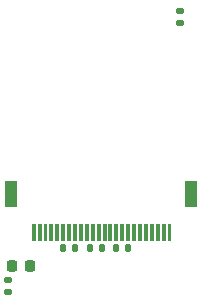
<source format=gbr>
%TF.GenerationSoftware,KiCad,Pcbnew,9.0.0*%
%TF.CreationDate,2025-04-16T21:25:52-04:00*%
%TF.ProjectId,ESP32_S3_CAM,45535033-325f-4533-935f-43414d2e6b69,rev?*%
%TF.SameCoordinates,Original*%
%TF.FileFunction,Paste,Bot*%
%TF.FilePolarity,Positive*%
%FSLAX46Y46*%
G04 Gerber Fmt 4.6, Leading zero omitted, Abs format (unit mm)*
G04 Created by KiCad (PCBNEW 9.0.0) date 2025-04-16 21:25:52*
%MOMM*%
%LPD*%
G01*
G04 APERTURE LIST*
G04 Aperture macros list*
%AMRoundRect*
0 Rectangle with rounded corners*
0 $1 Rounding radius*
0 $2 $3 $4 $5 $6 $7 $8 $9 X,Y pos of 4 corners*
0 Add a 4 corners polygon primitive as box body*
4,1,4,$2,$3,$4,$5,$6,$7,$8,$9,$2,$3,0*
0 Add four circle primitives for the rounded corners*
1,1,$1+$1,$2,$3*
1,1,$1+$1,$4,$5*
1,1,$1+$1,$6,$7*
1,1,$1+$1,$8,$9*
0 Add four rect primitives between the rounded corners*
20,1,$1+$1,$2,$3,$4,$5,0*
20,1,$1+$1,$4,$5,$6,$7,0*
20,1,$1+$1,$6,$7,$8,$9,0*
20,1,$1+$1,$8,$9,$2,$3,0*%
G04 Aperture macros list end*
%ADD10C,0.010000*%
%ADD11RoundRect,0.225000X0.225000X0.250000X-0.225000X0.250000X-0.225000X-0.250000X0.225000X-0.250000X0*%
%ADD12RoundRect,0.140000X0.170000X-0.140000X0.170000X0.140000X-0.170000X0.140000X-0.170000X-0.140000X0*%
%ADD13RoundRect,0.140000X0.140000X0.170000X-0.140000X0.170000X-0.140000X-0.170000X0.140000X-0.170000X0*%
%ADD14RoundRect,0.140000X-0.140000X-0.170000X0.140000X-0.170000X0.140000X0.170000X-0.140000X0.170000X0*%
%ADD15R,1.000000X2.200000*%
%ADD16RoundRect,0.140000X-0.170000X0.140000X-0.170000X-0.140000X0.170000X-0.140000X0.170000X0.140000X0*%
G04 APERTURE END LIST*
D10*
%TO.C,J1*%
X154875000Y-93460000D02*
X154625000Y-93460000D01*
X154625000Y-92160000D01*
X154875000Y-92160000D01*
X154875000Y-93460000D01*
G36*
X154875000Y-93460000D02*
G01*
X154625000Y-93460000D01*
X154625000Y-92160000D01*
X154875000Y-92160000D01*
X154875000Y-93460000D01*
G37*
X155375000Y-93460000D02*
X155125000Y-93460000D01*
X155125000Y-92160000D01*
X155375000Y-92160000D01*
X155375000Y-93460000D01*
G36*
X155375000Y-93460000D02*
G01*
X155125000Y-93460000D01*
X155125000Y-92160000D01*
X155375000Y-92160000D01*
X155375000Y-93460000D01*
G37*
X155875000Y-93460000D02*
X155625000Y-93460000D01*
X155625000Y-92160000D01*
X155875000Y-92160000D01*
X155875000Y-93460000D01*
G36*
X155875000Y-93460000D02*
G01*
X155625000Y-93460000D01*
X155625000Y-92160000D01*
X155875000Y-92160000D01*
X155875000Y-93460000D01*
G37*
X156375000Y-93460000D02*
X156125000Y-93460000D01*
X156125000Y-92160000D01*
X156375000Y-92160000D01*
X156375000Y-93460000D01*
G36*
X156375000Y-93460000D02*
G01*
X156125000Y-93460000D01*
X156125000Y-92160000D01*
X156375000Y-92160000D01*
X156375000Y-93460000D01*
G37*
X156875000Y-93460000D02*
X156625000Y-93460000D01*
X156625000Y-92160000D01*
X156875000Y-92160000D01*
X156875000Y-93460000D01*
G36*
X156875000Y-93460000D02*
G01*
X156625000Y-93460000D01*
X156625000Y-92160000D01*
X156875000Y-92160000D01*
X156875000Y-93460000D01*
G37*
X157375000Y-93460000D02*
X157125000Y-93460000D01*
X157125000Y-92160000D01*
X157375000Y-92160000D01*
X157375000Y-93460000D01*
G36*
X157375000Y-93460000D02*
G01*
X157125000Y-93460000D01*
X157125000Y-92160000D01*
X157375000Y-92160000D01*
X157375000Y-93460000D01*
G37*
X157875000Y-93460000D02*
X157625000Y-93460000D01*
X157625000Y-92160000D01*
X157875000Y-92160000D01*
X157875000Y-93460000D01*
G36*
X157875000Y-93460000D02*
G01*
X157625000Y-93460000D01*
X157625000Y-92160000D01*
X157875000Y-92160000D01*
X157875000Y-93460000D01*
G37*
X158375000Y-93460000D02*
X158125000Y-93460000D01*
X158125000Y-92160000D01*
X158375000Y-92160000D01*
X158375000Y-93460000D01*
G36*
X158375000Y-93460000D02*
G01*
X158125000Y-93460000D01*
X158125000Y-92160000D01*
X158375000Y-92160000D01*
X158375000Y-93460000D01*
G37*
X158875000Y-93460000D02*
X158625000Y-93460000D01*
X158625000Y-92160000D01*
X158875000Y-92160000D01*
X158875000Y-93460000D01*
G36*
X158875000Y-93460000D02*
G01*
X158625000Y-93460000D01*
X158625000Y-92160000D01*
X158875000Y-92160000D01*
X158875000Y-93460000D01*
G37*
X159375000Y-93460000D02*
X159125000Y-93460000D01*
X159125000Y-92160000D01*
X159375000Y-92160000D01*
X159375000Y-93460000D01*
G36*
X159375000Y-93460000D02*
G01*
X159125000Y-93460000D01*
X159125000Y-92160000D01*
X159375000Y-92160000D01*
X159375000Y-93460000D01*
G37*
X159875000Y-93460000D02*
X159625000Y-93460000D01*
X159625000Y-92160000D01*
X159875000Y-92160000D01*
X159875000Y-93460000D01*
G36*
X159875000Y-93460000D02*
G01*
X159625000Y-93460000D01*
X159625000Y-92160000D01*
X159875000Y-92160000D01*
X159875000Y-93460000D01*
G37*
X160375000Y-93460000D02*
X160125000Y-93460000D01*
X160125000Y-92160000D01*
X160375000Y-92160000D01*
X160375000Y-93460000D01*
G36*
X160375000Y-93460000D02*
G01*
X160125000Y-93460000D01*
X160125000Y-92160000D01*
X160375000Y-92160000D01*
X160375000Y-93460000D01*
G37*
X160875000Y-93460000D02*
X160625000Y-93460000D01*
X160625000Y-92160000D01*
X160875000Y-92160000D01*
X160875000Y-93460000D01*
G36*
X160875000Y-93460000D02*
G01*
X160625000Y-93460000D01*
X160625000Y-92160000D01*
X160875000Y-92160000D01*
X160875000Y-93460000D01*
G37*
X161375000Y-93460000D02*
X161125000Y-93460000D01*
X161125000Y-92160000D01*
X161375000Y-92160000D01*
X161375000Y-93460000D01*
G36*
X161375000Y-93460000D02*
G01*
X161125000Y-93460000D01*
X161125000Y-92160000D01*
X161375000Y-92160000D01*
X161375000Y-93460000D01*
G37*
X161875000Y-93460000D02*
X161625000Y-93460000D01*
X161625000Y-92160000D01*
X161875000Y-92160000D01*
X161875000Y-93460000D01*
G36*
X161875000Y-93460000D02*
G01*
X161625000Y-93460000D01*
X161625000Y-92160000D01*
X161875000Y-92160000D01*
X161875000Y-93460000D01*
G37*
X162375000Y-93460000D02*
X162125000Y-93460000D01*
X162125000Y-92160000D01*
X162375000Y-92160000D01*
X162375000Y-93460000D01*
G36*
X162375000Y-93460000D02*
G01*
X162125000Y-93460000D01*
X162125000Y-92160000D01*
X162375000Y-92160000D01*
X162375000Y-93460000D01*
G37*
X162875000Y-93460000D02*
X162625000Y-93460000D01*
X162625000Y-92160000D01*
X162875000Y-92160000D01*
X162875000Y-93460000D01*
G36*
X162875000Y-93460000D02*
G01*
X162625000Y-93460000D01*
X162625000Y-92160000D01*
X162875000Y-92160000D01*
X162875000Y-93460000D01*
G37*
X163375000Y-93460000D02*
X163125000Y-93460000D01*
X163125000Y-92160000D01*
X163375000Y-92160000D01*
X163375000Y-93460000D01*
G36*
X163375000Y-93460000D02*
G01*
X163125000Y-93460000D01*
X163125000Y-92160000D01*
X163375000Y-92160000D01*
X163375000Y-93460000D01*
G37*
X163875000Y-93460000D02*
X163625000Y-93460000D01*
X163625000Y-92160000D01*
X163875000Y-92160000D01*
X163875000Y-93460000D01*
G36*
X163875000Y-93460000D02*
G01*
X163625000Y-93460000D01*
X163625000Y-92160000D01*
X163875000Y-92160000D01*
X163875000Y-93460000D01*
G37*
X164375000Y-93460000D02*
X164125000Y-93460000D01*
X164125000Y-92160000D01*
X164375000Y-92160000D01*
X164375000Y-93460000D01*
G36*
X164375000Y-93460000D02*
G01*
X164125000Y-93460000D01*
X164125000Y-92160000D01*
X164375000Y-92160000D01*
X164375000Y-93460000D01*
G37*
X164875000Y-93460000D02*
X164625000Y-93460000D01*
X164625000Y-92160000D01*
X164875000Y-92160000D01*
X164875000Y-93460000D01*
G36*
X164875000Y-93460000D02*
G01*
X164625000Y-93460000D01*
X164625000Y-92160000D01*
X164875000Y-92160000D01*
X164875000Y-93460000D01*
G37*
X165375000Y-93460000D02*
X165125000Y-93460000D01*
X165125000Y-92160000D01*
X165375000Y-92160000D01*
X165375000Y-93460000D01*
G36*
X165375000Y-93460000D02*
G01*
X165125000Y-93460000D01*
X165125000Y-92160000D01*
X165375000Y-92160000D01*
X165375000Y-93460000D01*
G37*
X165875000Y-93460000D02*
X165625000Y-93460000D01*
X165625000Y-92160000D01*
X165875000Y-92160000D01*
X165875000Y-93460000D01*
G36*
X165875000Y-93460000D02*
G01*
X165625000Y-93460000D01*
X165625000Y-92160000D01*
X165875000Y-92160000D01*
X165875000Y-93460000D01*
G37*
X166375000Y-93460000D02*
X166125000Y-93460000D01*
X166125000Y-92160000D01*
X166375000Y-92160000D01*
X166375000Y-93460000D01*
G36*
X166375000Y-93460000D02*
G01*
X166125000Y-93460000D01*
X166125000Y-92160000D01*
X166375000Y-92160000D01*
X166375000Y-93460000D01*
G37*
%TD*%
D11*
%TO.C,C18*%
X154490000Y-95660000D03*
X152930000Y-95660000D03*
%TD*%
D12*
%TO.C,R8*%
X152660000Y-97850000D03*
X152660000Y-96850000D03*
%TD*%
D13*
%TO.C,C20*%
X160540000Y-94180000D03*
X159540000Y-94180000D03*
%TD*%
D14*
%TO.C,C21*%
X161750000Y-94180000D03*
X162750000Y-94180000D03*
%TD*%
D15*
%TO.C,J1*%
X168150000Y-89560000D03*
X152850000Y-89560000D03*
%TD*%
D13*
%TO.C,R6*%
X158300000Y-94180000D03*
X157300000Y-94180000D03*
%TD*%
D16*
%TO.C,C15*%
X167150000Y-74080000D03*
X167150000Y-75080000D03*
%TD*%
M02*

</source>
